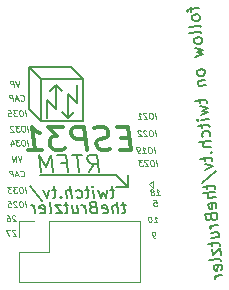
<source format=gbr>
%TF.GenerationSoftware,KiCad,Pcbnew,(5.99.0-10506-gb986797469)*%
%TF.CreationDate,2022-01-12T07:01:15+01:00*%
%TF.ProjectId,ESP31_V3,45535033-315f-4563-932e-6b696361645f,rev?*%
%TF.SameCoordinates,Original*%
%TF.FileFunction,Legend,Bot*%
%TF.FilePolarity,Positive*%
%FSLAX46Y46*%
G04 Gerber Fmt 4.6, Leading zero omitted, Abs format (unit mm)*
G04 Created by KiCad (PCBNEW (5.99.0-10506-gb986797469)) date 2022-01-12 07:01:15*
%MOMM*%
%LPD*%
G01*
G04 APERTURE LIST*
%ADD10C,0.150000*%
%ADD11C,0.100000*%
%ADD12C,0.300000*%
%ADD13C,0.200000*%
%ADD14C,0.120000*%
G04 APERTURE END LIST*
D10*
X115400000Y-106500000D02*
X115400000Y-105500000D01*
X115400000Y-106500000D02*
X114400000Y-106500000D01*
X114400000Y-106500000D02*
X115400000Y-106500000D01*
X114400000Y-105500000D02*
X108000000Y-105500000D01*
X115400000Y-106500000D02*
X114400000Y-105500000D01*
D11*
X106350907Y-99178571D02*
X106377693Y-99202380D01*
X106452098Y-99226190D01*
X106499717Y-99226190D01*
X106568169Y-99202380D01*
X106609836Y-99154761D01*
X106627693Y-99107142D01*
X106639598Y-99011904D01*
X106630669Y-98940476D01*
X106594955Y-98845238D01*
X106565193Y-98797619D01*
X106511622Y-98750000D01*
X106437217Y-98726190D01*
X106389598Y-98726190D01*
X106321145Y-98750000D01*
X106300312Y-98773809D01*
X106148526Y-99083333D02*
X105910431Y-99083333D01*
X106214002Y-99226190D02*
X105984836Y-98726190D01*
X105880669Y-99226190D01*
X105714002Y-99226190D02*
X105651502Y-98726190D01*
X105461026Y-98726190D01*
X105416383Y-98750000D01*
X105395550Y-98773809D01*
X105377693Y-98821428D01*
X105386622Y-98892857D01*
X105416383Y-98940476D01*
X105443169Y-98964285D01*
X105493764Y-98988095D01*
X105684241Y-98988095D01*
X106785431Y-108226190D02*
X106722931Y-107726190D01*
X106389598Y-107726190D02*
X106294360Y-107726190D01*
X106249717Y-107750000D01*
X106208050Y-107797619D01*
X106196145Y-107892857D01*
X106216979Y-108059523D01*
X106252693Y-108154761D01*
X106306264Y-108202380D01*
X106356860Y-108226190D01*
X106452098Y-108226190D01*
X106496741Y-108202380D01*
X106538407Y-108154761D01*
X106550312Y-108059523D01*
X106529479Y-107892857D01*
X106493764Y-107797619D01*
X106440193Y-107750000D01*
X106389598Y-107726190D01*
X105990788Y-107773809D02*
X105964002Y-107750000D01*
X105913407Y-107726190D01*
X105794360Y-107726190D01*
X105749717Y-107750000D01*
X105728883Y-107773809D01*
X105711026Y-107821428D01*
X105716979Y-107869047D01*
X105749717Y-107940476D01*
X106071145Y-108226190D01*
X105761622Y-108226190D01*
X105246741Y-107726190D02*
X105484836Y-107726190D01*
X105538407Y-107964285D01*
X105511622Y-107940476D01*
X105461026Y-107916666D01*
X105341979Y-107916666D01*
X105297336Y-107940476D01*
X105276502Y-107964285D01*
X105258645Y-108011904D01*
X105273526Y-108130952D01*
X105303288Y-108178571D01*
X105330074Y-108202380D01*
X105380669Y-108226190D01*
X105499717Y-108226190D01*
X105544360Y-108202380D01*
X105565193Y-108178571D01*
X117742574Y-110826190D02*
X117647336Y-110826190D01*
X117596741Y-110802380D01*
X117569955Y-110778571D01*
X117513407Y-110707142D01*
X117477693Y-110611904D01*
X117453883Y-110421428D01*
X117471741Y-110373809D01*
X117492574Y-110350000D01*
X117537217Y-110326190D01*
X117632455Y-110326190D01*
X117683050Y-110350000D01*
X117709836Y-110373809D01*
X117739598Y-110421428D01*
X117754479Y-110540476D01*
X117736622Y-110588095D01*
X117715788Y-110611904D01*
X117671145Y-110635714D01*
X117575907Y-110635714D01*
X117525312Y-110611904D01*
X117498526Y-110588095D01*
X117468764Y-110540476D01*
X106350907Y-105578571D02*
X106377693Y-105602380D01*
X106452098Y-105626190D01*
X106499717Y-105626190D01*
X106568169Y-105602380D01*
X106609836Y-105554761D01*
X106627693Y-105507142D01*
X106639598Y-105411904D01*
X106630669Y-105340476D01*
X106594955Y-105245238D01*
X106565193Y-105197619D01*
X106511622Y-105150000D01*
X106437217Y-105126190D01*
X106389598Y-105126190D01*
X106321145Y-105150000D01*
X106300312Y-105173809D01*
X106148526Y-105483333D02*
X105910431Y-105483333D01*
X106214002Y-105626190D02*
X105984836Y-105126190D01*
X105880669Y-105626190D01*
X105714002Y-105626190D02*
X105651502Y-105126190D01*
X105461026Y-105126190D01*
X105416383Y-105150000D01*
X105395550Y-105173809D01*
X105377693Y-105221428D01*
X105386622Y-105292857D01*
X105416383Y-105340476D01*
X105443169Y-105364285D01*
X105493764Y-105388095D01*
X105684241Y-105388095D01*
X106785431Y-100526190D02*
X106722931Y-100026190D01*
X106389598Y-100026190D02*
X106294360Y-100026190D01*
X106249717Y-100050000D01*
X106208050Y-100097619D01*
X106196145Y-100192857D01*
X106216979Y-100359523D01*
X106252693Y-100454761D01*
X106306264Y-100502380D01*
X106356860Y-100526190D01*
X106452098Y-100526190D01*
X106496741Y-100502380D01*
X106538407Y-100454761D01*
X106550312Y-100359523D01*
X106529479Y-100192857D01*
X106493764Y-100097619D01*
X106440193Y-100050000D01*
X106389598Y-100026190D01*
X106008645Y-100026190D02*
X105699122Y-100026190D01*
X105889598Y-100216666D01*
X105818169Y-100216666D01*
X105773526Y-100240476D01*
X105752693Y-100264285D01*
X105734836Y-100311904D01*
X105749717Y-100430952D01*
X105779479Y-100478571D01*
X105806264Y-100502380D01*
X105856860Y-100526190D01*
X105999717Y-100526190D01*
X106044360Y-100502380D01*
X106065193Y-100478571D01*
X105246741Y-100026190D02*
X105484836Y-100026190D01*
X105538407Y-100264285D01*
X105511622Y-100240476D01*
X105461026Y-100216666D01*
X105341979Y-100216666D01*
X105297336Y-100240476D01*
X105276502Y-100264285D01*
X105258645Y-100311904D01*
X105273526Y-100430952D01*
X105303288Y-100478571D01*
X105330074Y-100502380D01*
X105380669Y-100526190D01*
X105499717Y-100526190D01*
X105544360Y-100502380D01*
X105565193Y-100478571D01*
D12*
X115544107Y-102357142D02*
X114877440Y-102357142D01*
X114722678Y-103404761D02*
X115675059Y-103404761D01*
X115425059Y-101404761D01*
X114472678Y-101404761D01*
X113948869Y-103309523D02*
X113675059Y-103404761D01*
X113198869Y-103404761D01*
X112996488Y-103309523D01*
X112889345Y-103214285D01*
X112770297Y-103023809D01*
X112746488Y-102833333D01*
X112817916Y-102642857D01*
X112901250Y-102547619D01*
X113079821Y-102452380D01*
X113448869Y-102357142D01*
X113627440Y-102261904D01*
X113710773Y-102166666D01*
X113782202Y-101976190D01*
X113758392Y-101785714D01*
X113639345Y-101595238D01*
X113532202Y-101500000D01*
X113329821Y-101404761D01*
X112853630Y-101404761D01*
X112579821Y-101500000D01*
X111960773Y-103404761D02*
X111710773Y-101404761D01*
X110948869Y-101404761D01*
X110770297Y-101500000D01*
X110686964Y-101595238D01*
X110615535Y-101785714D01*
X110651250Y-102071428D01*
X110770297Y-102261904D01*
X110877440Y-102357142D01*
X111079821Y-102452380D01*
X111841726Y-102452380D01*
X109901250Y-101404761D02*
X108663154Y-101404761D01*
X109425059Y-102166666D01*
X109139345Y-102166666D01*
X108960773Y-102261904D01*
X108877440Y-102357142D01*
X108806011Y-102547619D01*
X108865535Y-103023809D01*
X108984583Y-103214285D01*
X109091726Y-103309523D01*
X109294107Y-103404761D01*
X109865535Y-103404761D01*
X110044107Y-103309523D01*
X110127440Y-103214285D01*
X107008392Y-103404761D02*
X108151250Y-103404761D01*
X107579821Y-103404761D02*
X107329821Y-101404761D01*
X107556011Y-101690476D01*
X107770297Y-101880952D01*
X107972678Y-101976190D01*
D13*
X115235148Y-108085714D02*
X114854196Y-108085714D01*
X115050625Y-107752380D02*
X115157767Y-108609523D01*
X115122053Y-108704761D01*
X115032767Y-108752380D01*
X114937529Y-108752380D01*
X114604196Y-108752380D02*
X114479196Y-107752380D01*
X114175625Y-108752380D02*
X114110148Y-108228571D01*
X114145863Y-108133333D01*
X114235148Y-108085714D01*
X114378005Y-108085714D01*
X114479196Y-108133333D01*
X114532767Y-108180952D01*
X113312529Y-108704761D02*
X113413720Y-108752380D01*
X113604196Y-108752380D01*
X113693482Y-108704761D01*
X113729196Y-108609523D01*
X113681577Y-108228571D01*
X113622053Y-108133333D01*
X113520863Y-108085714D01*
X113330386Y-108085714D01*
X113241101Y-108133333D01*
X113205386Y-108228571D01*
X113217291Y-108323809D01*
X113705386Y-108419047D01*
X112443482Y-108228571D02*
X112306577Y-108276190D01*
X112264910Y-108323809D01*
X112229196Y-108419047D01*
X112247053Y-108561904D01*
X112306577Y-108657142D01*
X112360148Y-108704761D01*
X112461339Y-108752380D01*
X112842291Y-108752380D01*
X112717291Y-107752380D01*
X112383958Y-107752380D01*
X112294672Y-107800000D01*
X112253005Y-107847619D01*
X112217291Y-107942857D01*
X112229196Y-108038095D01*
X112288720Y-108133333D01*
X112342291Y-108180952D01*
X112443482Y-108228571D01*
X112776815Y-108228571D01*
X111842291Y-108752380D02*
X111758958Y-108085714D01*
X111782767Y-108276190D02*
X111723244Y-108180952D01*
X111669672Y-108133333D01*
X111568482Y-108085714D01*
X111473244Y-108085714D01*
X110711339Y-108085714D02*
X110794672Y-108752380D01*
X111139910Y-108085714D02*
X111205386Y-108609523D01*
X111169672Y-108704761D01*
X111080386Y-108752380D01*
X110937529Y-108752380D01*
X110836339Y-108704761D01*
X110782767Y-108657142D01*
X110378005Y-108085714D02*
X109997053Y-108085714D01*
X110193482Y-107752380D02*
X110300625Y-108609523D01*
X110264910Y-108704761D01*
X110175625Y-108752380D01*
X110080386Y-108752380D01*
X109758958Y-108085714D02*
X109235148Y-108085714D01*
X109842291Y-108752380D01*
X109318482Y-108752380D01*
X108794672Y-108752380D02*
X108883958Y-108704761D01*
X108919672Y-108609523D01*
X108812529Y-107752380D01*
X108026815Y-108704761D02*
X108128005Y-108752380D01*
X108318482Y-108752380D01*
X108407767Y-108704761D01*
X108443482Y-108609523D01*
X108395863Y-108228571D01*
X108336339Y-108133333D01*
X108235148Y-108085714D01*
X108044672Y-108085714D01*
X107955386Y-108133333D01*
X107919672Y-108228571D01*
X107931577Y-108323809D01*
X108419672Y-108419047D01*
X107556577Y-108752380D02*
X107473244Y-108085714D01*
X107497053Y-108276190D02*
X107437529Y-108180952D01*
X107383958Y-108133333D01*
X107282767Y-108085714D01*
X107187529Y-108085714D01*
D11*
X117842574Y-107226190D02*
X118128288Y-107226190D01*
X117985431Y-107226190D02*
X117922931Y-106726190D01*
X117979479Y-106797619D01*
X118033050Y-106845238D01*
X118083645Y-106869047D01*
X117521145Y-106940476D02*
X117565788Y-106916666D01*
X117586622Y-106892857D01*
X117604479Y-106845238D01*
X117601502Y-106821428D01*
X117571741Y-106773809D01*
X117544955Y-106750000D01*
X117494360Y-106726190D01*
X117399122Y-106726190D01*
X117354479Y-106750000D01*
X117333645Y-106773809D01*
X117315788Y-106821428D01*
X117318764Y-106845238D01*
X117348526Y-106892857D01*
X117375312Y-106916666D01*
X117425907Y-106940476D01*
X117521145Y-106940476D01*
X117571741Y-106964285D01*
X117598526Y-106988095D01*
X117628288Y-107035714D01*
X117640193Y-107130952D01*
X117622336Y-107178571D01*
X117601502Y-107202380D01*
X117556860Y-107226190D01*
X117461622Y-107226190D01*
X117411026Y-107202380D01*
X117384241Y-107178571D01*
X117354479Y-107130952D01*
X117342574Y-107035714D01*
X117360431Y-106988095D01*
X117381264Y-106964285D01*
X117425907Y-106940476D01*
X106985431Y-101826190D02*
X106922931Y-101326190D01*
X106589598Y-101326190D02*
X106494360Y-101326190D01*
X106449717Y-101350000D01*
X106408050Y-101397619D01*
X106396145Y-101492857D01*
X106416979Y-101659523D01*
X106452693Y-101754761D01*
X106506264Y-101802380D01*
X106556860Y-101826190D01*
X106652098Y-101826190D01*
X106696741Y-101802380D01*
X106738407Y-101754761D01*
X106750312Y-101659523D01*
X106729479Y-101492857D01*
X106693764Y-101397619D01*
X106640193Y-101350000D01*
X106589598Y-101326190D01*
X106208645Y-101326190D02*
X105899122Y-101326190D01*
X106089598Y-101516666D01*
X106018169Y-101516666D01*
X105973526Y-101540476D01*
X105952693Y-101564285D01*
X105934836Y-101611904D01*
X105949717Y-101730952D01*
X105979479Y-101778571D01*
X106006264Y-101802380D01*
X106056860Y-101826190D01*
X106199717Y-101826190D01*
X106244360Y-101802380D01*
X106265193Y-101778571D01*
X105714598Y-101373809D02*
X105687812Y-101350000D01*
X105637217Y-101326190D01*
X105518169Y-101326190D01*
X105473526Y-101350000D01*
X105452693Y-101373809D01*
X105434836Y-101421428D01*
X105440788Y-101469047D01*
X105473526Y-101540476D01*
X105794955Y-101826190D01*
X105485431Y-101826190D01*
X106985431Y-103026190D02*
X106922931Y-102526190D01*
X106589598Y-102526190D02*
X106494360Y-102526190D01*
X106449717Y-102550000D01*
X106408050Y-102597619D01*
X106396145Y-102692857D01*
X106416979Y-102859523D01*
X106452693Y-102954761D01*
X106506264Y-103002380D01*
X106556860Y-103026190D01*
X106652098Y-103026190D01*
X106696741Y-103002380D01*
X106738407Y-102954761D01*
X106750312Y-102859523D01*
X106729479Y-102692857D01*
X106693764Y-102597619D01*
X106640193Y-102550000D01*
X106589598Y-102526190D01*
X106208645Y-102526190D02*
X105899122Y-102526190D01*
X106089598Y-102716666D01*
X106018169Y-102716666D01*
X105973526Y-102740476D01*
X105952693Y-102764285D01*
X105934836Y-102811904D01*
X105949717Y-102930952D01*
X105979479Y-102978571D01*
X106006264Y-103002380D01*
X106056860Y-103026190D01*
X106199717Y-103026190D01*
X106244360Y-103002380D01*
X106265193Y-102978571D01*
X105491383Y-102692857D02*
X105533050Y-103026190D01*
X105586622Y-102502380D02*
X105750312Y-102859523D01*
X105440788Y-102859523D01*
X117642574Y-109526190D02*
X117928288Y-109526190D01*
X117785431Y-109526190D02*
X117722931Y-109026190D01*
X117779479Y-109097619D01*
X117833050Y-109145238D01*
X117883645Y-109169047D01*
X117270550Y-109026190D02*
X117222931Y-109026190D01*
X117178288Y-109050000D01*
X117157455Y-109073809D01*
X117139598Y-109121428D01*
X117127693Y-109216666D01*
X117142574Y-109335714D01*
X117178288Y-109430952D01*
X117208050Y-109478571D01*
X117234836Y-109502380D01*
X117285431Y-109526190D01*
X117333050Y-109526190D01*
X117377693Y-109502380D01*
X117398526Y-109478571D01*
X117416383Y-109430952D01*
X117428288Y-109335714D01*
X117413407Y-109216666D01*
X117377693Y-109121428D01*
X117347931Y-109073809D01*
X117321145Y-109050000D01*
X117270550Y-109026190D01*
X106201502Y-97526190D02*
X106097336Y-98026190D01*
X105868169Y-97526190D01*
X105764002Y-98026190D02*
X105701502Y-97526190D01*
X105511026Y-97526190D01*
X105466383Y-97550000D01*
X105445550Y-97573809D01*
X105427693Y-97621428D01*
X105436622Y-97692857D01*
X105466383Y-97740476D01*
X105493169Y-97764285D01*
X105543764Y-97788095D01*
X105734241Y-97788095D01*
D13*
X112149151Y-105278571D02*
X112559866Y-104564285D01*
X113006294Y-105278571D02*
X112818794Y-103778571D01*
X112247366Y-103778571D01*
X112113437Y-103850000D01*
X112050937Y-103921428D01*
X111997366Y-104064285D01*
X112024151Y-104278571D01*
X112113437Y-104421428D01*
X112193794Y-104492857D01*
X112345580Y-104564285D01*
X112917008Y-104564285D01*
X111533080Y-103778571D02*
X110675937Y-103778571D01*
X111292008Y-105278571D02*
X111104508Y-103778571D01*
X109765223Y-104492857D02*
X110265223Y-104492857D01*
X110363437Y-105278571D02*
X110175937Y-103778571D01*
X109461651Y-103778571D01*
X109077723Y-105278571D02*
X108890223Y-103778571D01*
X108524151Y-104850000D01*
X107890223Y-103778571D01*
X108077723Y-105278571D01*
X114258958Y-106785714D02*
X113878005Y-106785714D01*
X114074434Y-106452380D02*
X114181577Y-107309523D01*
X114145863Y-107404761D01*
X114056577Y-107452380D01*
X113961339Y-107452380D01*
X113639910Y-106785714D02*
X113532767Y-107452380D01*
X113282767Y-106976190D01*
X113151815Y-107452380D01*
X112878005Y-106785714D01*
X112580386Y-107452380D02*
X112497053Y-106785714D01*
X112455386Y-106452380D02*
X112508958Y-106500000D01*
X112467291Y-106547619D01*
X112413720Y-106500000D01*
X112455386Y-106452380D01*
X112467291Y-106547619D01*
X112163720Y-106785714D02*
X111782767Y-106785714D01*
X111979196Y-106452380D02*
X112086339Y-107309523D01*
X112050625Y-107404761D01*
X111961339Y-107452380D01*
X111866101Y-107452380D01*
X111098244Y-107404761D02*
X111199434Y-107452380D01*
X111389910Y-107452380D01*
X111479196Y-107404761D01*
X111520863Y-107357142D01*
X111556577Y-107261904D01*
X111520863Y-106976190D01*
X111461339Y-106880952D01*
X111407767Y-106833333D01*
X111306577Y-106785714D01*
X111116101Y-106785714D01*
X111026815Y-106833333D01*
X110675624Y-107452380D02*
X110550624Y-106452380D01*
X110247053Y-107452380D02*
X110181577Y-106928571D01*
X110217291Y-106833333D01*
X110306577Y-106785714D01*
X110449434Y-106785714D01*
X110550624Y-106833333D01*
X110604196Y-106880952D01*
X109758958Y-107357142D02*
X109717291Y-107404761D01*
X109770863Y-107452380D01*
X109812529Y-107404761D01*
X109758958Y-107357142D01*
X109770863Y-107452380D01*
X109354196Y-106785714D02*
X108973244Y-106785714D01*
X109169672Y-106452380D02*
X109276815Y-107309523D01*
X109241101Y-107404761D01*
X109151815Y-107452380D01*
X109056577Y-107452380D01*
X108735148Y-106785714D02*
X108580386Y-107452380D01*
X108258958Y-106785714D01*
X107116101Y-106404761D02*
X108133958Y-107690476D01*
D11*
X105891741Y-108973809D02*
X105864955Y-108950000D01*
X105814360Y-108926190D01*
X105695312Y-108926190D01*
X105650669Y-108950000D01*
X105629836Y-108973809D01*
X105611979Y-109021428D01*
X105617931Y-109069047D01*
X105650669Y-109140476D01*
X105972098Y-109426190D01*
X105662574Y-109426190D01*
X105171502Y-108926190D02*
X105266741Y-108926190D01*
X105317336Y-108950000D01*
X105344122Y-108973809D01*
X105400669Y-109045238D01*
X105436383Y-109140476D01*
X105460193Y-109330952D01*
X105442336Y-109378571D01*
X105421502Y-109402380D01*
X105376860Y-109426190D01*
X105281622Y-109426190D01*
X105231026Y-109402380D01*
X105204241Y-109378571D01*
X105174479Y-109330952D01*
X105159598Y-109211904D01*
X105177455Y-109164285D01*
X105198288Y-109140476D01*
X105242931Y-109116666D01*
X105338169Y-109116666D01*
X105388764Y-109140476D01*
X105415550Y-109164285D01*
X105445312Y-109211904D01*
X105901741Y-110183809D02*
X105874955Y-110160000D01*
X105824360Y-110136190D01*
X105705312Y-110136190D01*
X105660669Y-110160000D01*
X105639836Y-110183809D01*
X105621979Y-110231428D01*
X105627931Y-110279047D01*
X105660669Y-110350476D01*
X105982098Y-110636190D01*
X105672574Y-110636190D01*
X105443407Y-110136190D02*
X105110074Y-110136190D01*
X105386860Y-110636190D01*
X117565788Y-107626190D02*
X117803883Y-107626190D01*
X117857455Y-107864285D01*
X117830669Y-107840476D01*
X117780074Y-107816666D01*
X117661026Y-107816666D01*
X117616383Y-107840476D01*
X117595550Y-107864285D01*
X117577693Y-107911904D01*
X117592574Y-108030952D01*
X117622336Y-108078571D01*
X117649122Y-108102380D01*
X117699717Y-108126190D01*
X117818764Y-108126190D01*
X117863407Y-108102380D01*
X117884241Y-108078571D01*
X117785431Y-100726190D02*
X117722931Y-100226190D01*
X117389598Y-100226190D02*
X117294360Y-100226190D01*
X117249717Y-100250000D01*
X117208050Y-100297619D01*
X117196145Y-100392857D01*
X117216979Y-100559523D01*
X117252693Y-100654761D01*
X117306264Y-100702380D01*
X117356860Y-100726190D01*
X117452098Y-100726190D01*
X117496741Y-100702380D01*
X117538407Y-100654761D01*
X117550312Y-100559523D01*
X117529479Y-100392857D01*
X117493764Y-100297619D01*
X117440193Y-100250000D01*
X117389598Y-100226190D01*
X116990788Y-100273809D02*
X116964002Y-100250000D01*
X116913407Y-100226190D01*
X116794360Y-100226190D01*
X116749717Y-100250000D01*
X116728883Y-100273809D01*
X116711026Y-100321428D01*
X116716979Y-100369047D01*
X116749717Y-100440476D01*
X117071145Y-100726190D01*
X116761622Y-100726190D01*
X116285431Y-100726190D02*
X116571145Y-100726190D01*
X116428288Y-100726190D02*
X116365788Y-100226190D01*
X116422336Y-100297619D01*
X116475907Y-100345238D01*
X116526502Y-100369047D01*
X117685431Y-103626190D02*
X117622931Y-103126190D01*
X117289598Y-103126190D02*
X117194360Y-103126190D01*
X117149717Y-103150000D01*
X117108050Y-103197619D01*
X117096145Y-103292857D01*
X117116979Y-103459523D01*
X117152693Y-103554761D01*
X117206264Y-103602380D01*
X117256860Y-103626190D01*
X117352098Y-103626190D01*
X117396741Y-103602380D01*
X117438407Y-103554761D01*
X117450312Y-103459523D01*
X117429479Y-103292857D01*
X117393764Y-103197619D01*
X117340193Y-103150000D01*
X117289598Y-103126190D01*
X116661622Y-103626190D02*
X116947336Y-103626190D01*
X116804479Y-103626190D02*
X116741979Y-103126190D01*
X116798526Y-103197619D01*
X116852098Y-103245238D01*
X116902693Y-103269047D01*
X116423526Y-103626190D02*
X116328288Y-103626190D01*
X116277693Y-103602380D01*
X116250907Y-103578571D01*
X116194360Y-103507142D01*
X116158645Y-103411904D01*
X116134836Y-103221428D01*
X116152693Y-103173809D01*
X116173526Y-103150000D01*
X116218169Y-103126190D01*
X116313407Y-103126190D01*
X116364002Y-103150000D01*
X116390788Y-103173809D01*
X116420550Y-103221428D01*
X116435431Y-103340476D01*
X116417574Y-103388095D01*
X116396741Y-103411904D01*
X116352098Y-103435714D01*
X116256860Y-103435714D01*
X116206264Y-103411904D01*
X116179479Y-103388095D01*
X116149717Y-103340476D01*
D10*
X120778013Y-91291280D02*
X120811215Y-91670783D01*
X121454593Y-91375490D02*
X120600712Y-91450195D01*
X120509987Y-91505933D01*
X120470849Y-91604959D01*
X120479150Y-91699835D01*
X121516847Y-92087057D02*
X121461109Y-91996332D01*
X121409521Y-91953044D01*
X121310495Y-91913907D01*
X121025868Y-91938809D01*
X120935143Y-91994547D01*
X120891855Y-92046135D01*
X120852718Y-92145161D01*
X120865168Y-92287475D01*
X120920907Y-92378200D01*
X120972495Y-92421488D01*
X121071521Y-92460625D01*
X121356148Y-92435723D01*
X121446873Y-92379985D01*
X121490161Y-92328397D01*
X121529298Y-92229371D01*
X121516847Y-92087057D01*
X121595703Y-92988376D02*
X121539964Y-92897651D01*
X121440938Y-92858514D01*
X120587057Y-92933219D01*
X121641356Y-93510193D02*
X121585617Y-93419467D01*
X121486591Y-93380330D01*
X120632710Y-93455035D01*
X121687009Y-94032009D02*
X121631270Y-93941283D01*
X121579682Y-93897996D01*
X121480656Y-93858859D01*
X121196029Y-93883760D01*
X121105304Y-93939499D01*
X121062016Y-93991087D01*
X121022879Y-94090113D01*
X121035330Y-94232426D01*
X121091068Y-94323152D01*
X121142656Y-94366439D01*
X121241682Y-94405576D01*
X121526309Y-94380675D01*
X121617035Y-94324936D01*
X121660322Y-94273348D01*
X121699460Y-94174322D01*
X121687009Y-94032009D01*
X121080983Y-94754242D02*
X121761714Y-94885890D01*
X121303936Y-95117144D01*
X121794916Y-95265393D01*
X121147387Y-95513248D01*
X121923574Y-96735966D02*
X121867836Y-96645240D01*
X121816248Y-96601953D01*
X121717222Y-96562816D01*
X121432595Y-96587717D01*
X121341869Y-96643456D01*
X121298582Y-96695044D01*
X121259444Y-96794070D01*
X121271895Y-96936383D01*
X121327634Y-97027109D01*
X121379222Y-97070396D01*
X121478248Y-97109534D01*
X121762875Y-97084632D01*
X121853600Y-97028893D01*
X121896888Y-96977305D01*
X121936025Y-96878279D01*
X121923574Y-96735966D01*
X121325849Y-97553075D02*
X121989979Y-97494971D01*
X121420725Y-97544775D02*
X121377437Y-97596363D01*
X121338300Y-97695389D01*
X121350750Y-97837702D01*
X121406489Y-97928428D01*
X121505515Y-97967565D01*
X122027331Y-97921912D01*
X121458658Y-99071086D02*
X121491860Y-99450589D01*
X121139044Y-99242452D02*
X121992925Y-99167747D01*
X122091951Y-99206884D01*
X122147689Y-99297609D01*
X122155990Y-99392485D01*
X121512611Y-99687778D02*
X122193342Y-99819426D01*
X121735565Y-100050680D01*
X122226544Y-100198928D01*
X121579016Y-100446784D01*
X122276348Y-100768183D02*
X121612218Y-100826286D01*
X121280153Y-100855338D02*
X121323440Y-100803750D01*
X121375029Y-100847038D01*
X121331741Y-100898626D01*
X121280153Y-100855338D01*
X121375029Y-100847038D01*
X121641270Y-101158351D02*
X121674472Y-101537854D01*
X121321656Y-101329717D02*
X122175537Y-101255012D01*
X122274563Y-101294149D01*
X122330301Y-101384874D01*
X122338602Y-101479750D01*
X122357568Y-102242906D02*
X122396705Y-102143880D01*
X122380104Y-101954129D01*
X122324366Y-101863403D01*
X122272778Y-101820116D01*
X122173752Y-101780978D01*
X121889125Y-101805880D01*
X121798399Y-101861618D01*
X121755112Y-101913206D01*
X121715975Y-102012232D01*
X121732576Y-102201984D01*
X121788314Y-102292709D01*
X122442358Y-102665696D02*
X121446164Y-102752852D01*
X122479711Y-103092637D02*
X121957895Y-103138290D01*
X121858869Y-103099153D01*
X121803130Y-103008427D01*
X121790679Y-102866114D01*
X121829817Y-102767088D01*
X121873104Y-102715499D01*
X122426338Y-103575316D02*
X122477926Y-103618603D01*
X122521214Y-103567015D01*
X122469626Y-103523728D01*
X122426338Y-103575316D01*
X122521214Y-103567015D01*
X121886136Y-103957184D02*
X121919338Y-104336687D01*
X121566522Y-104128549D02*
X122420403Y-104053844D01*
X122519429Y-104092982D01*
X122575167Y-104183707D01*
X122583468Y-104278583D01*
X121940089Y-104573876D02*
X122624970Y-104752961D01*
X121981592Y-105048254D01*
X121697546Y-106172527D02*
X122903662Y-105206588D01*
X122093649Y-106329076D02*
X122126852Y-106708579D01*
X121774035Y-106500442D02*
X122627917Y-106425737D01*
X122726942Y-106464874D01*
X122782681Y-106555599D01*
X122790981Y-106650475D01*
X122820033Y-106982540D02*
X121823839Y-107069696D01*
X122857386Y-107409480D02*
X122335570Y-107455134D01*
X122236544Y-107415996D01*
X122180805Y-107325271D01*
X122168354Y-107182957D01*
X122207492Y-107083931D01*
X122250779Y-107032343D01*
X122884653Y-108267512D02*
X122923790Y-108168486D01*
X122907189Y-107978735D01*
X122851451Y-107888009D01*
X122752425Y-107848872D01*
X122372922Y-107882074D01*
X122282197Y-107937812D01*
X122243059Y-108036838D01*
X122259660Y-108226590D01*
X122315399Y-108317315D01*
X122414425Y-108356453D01*
X122509300Y-108348152D01*
X122562673Y-107865473D01*
X122480829Y-109115458D02*
X122540718Y-109253621D01*
X122592306Y-109296909D01*
X122691332Y-109336046D01*
X122833645Y-109323595D01*
X122924371Y-109267857D01*
X122967658Y-109216269D01*
X123006796Y-109117243D01*
X122973593Y-108737740D01*
X121977399Y-108824896D01*
X122006451Y-109156961D01*
X122062189Y-109247686D01*
X122113777Y-109290974D01*
X122212803Y-109330111D01*
X122307679Y-109321810D01*
X122398404Y-109266072D01*
X122441692Y-109214484D01*
X122480829Y-109115458D01*
X122451777Y-108783393D01*
X123060749Y-109733935D02*
X122396619Y-109792039D01*
X122586371Y-109775438D02*
X122495645Y-109831176D01*
X122452358Y-109882764D01*
X122413221Y-109981790D01*
X122421521Y-110076666D01*
X122487925Y-110835671D02*
X123152055Y-110777567D01*
X122450573Y-110408731D02*
X122972389Y-110363078D01*
X123071415Y-110402215D01*
X123127154Y-110492940D01*
X123139604Y-110635254D01*
X123100467Y-110734280D01*
X123057180Y-110785868D01*
X122516977Y-111167736D02*
X122550180Y-111547239D01*
X122197363Y-111339102D02*
X123051244Y-111264397D01*
X123150270Y-111303534D01*
X123206009Y-111394259D01*
X123214309Y-111489135D01*
X122570931Y-111784428D02*
X122616584Y-112306244D01*
X123235061Y-111726324D01*
X123280714Y-112248140D01*
X123326367Y-112769957D02*
X123270628Y-112679231D01*
X123171602Y-112640094D01*
X122317721Y-112714799D01*
X123345333Y-113533112D02*
X123384471Y-113434087D01*
X123367869Y-113244335D01*
X123312131Y-113153610D01*
X123213105Y-113114472D01*
X122833602Y-113147675D01*
X122742877Y-113203413D01*
X122703740Y-113302439D01*
X122720341Y-113492190D01*
X122776079Y-113582916D01*
X122875105Y-113622053D01*
X122969981Y-113613753D01*
X123023354Y-113131074D01*
X123434274Y-114003341D02*
X122770144Y-114061444D01*
X122959895Y-114044843D02*
X122869170Y-114100582D01*
X122825882Y-114152170D01*
X122786745Y-114251196D01*
X122795046Y-114346072D01*
D11*
X117885431Y-104726190D02*
X117822931Y-104226190D01*
X117489598Y-104226190D02*
X117394360Y-104226190D01*
X117349717Y-104250000D01*
X117308050Y-104297619D01*
X117296145Y-104392857D01*
X117316979Y-104559523D01*
X117352693Y-104654761D01*
X117406264Y-104702380D01*
X117456860Y-104726190D01*
X117552098Y-104726190D01*
X117596741Y-104702380D01*
X117638407Y-104654761D01*
X117650312Y-104559523D01*
X117629479Y-104392857D01*
X117593764Y-104297619D01*
X117540193Y-104250000D01*
X117489598Y-104226190D01*
X117090788Y-104273809D02*
X117064002Y-104250000D01*
X117013407Y-104226190D01*
X116894360Y-104226190D01*
X116849717Y-104250000D01*
X116828883Y-104273809D01*
X116811026Y-104321428D01*
X116816979Y-104369047D01*
X116849717Y-104440476D01*
X117171145Y-104726190D01*
X116861622Y-104726190D01*
X116632455Y-104226190D02*
X116322931Y-104226190D01*
X116513407Y-104416666D01*
X116441979Y-104416666D01*
X116397336Y-104440476D01*
X116376502Y-104464285D01*
X116358645Y-104511904D01*
X116373526Y-104630952D01*
X116403288Y-104678571D01*
X116430074Y-104702380D01*
X116480669Y-104726190D01*
X116623526Y-104726190D01*
X116668169Y-104702380D01*
X116689002Y-104678571D01*
X117785431Y-102226190D02*
X117722931Y-101726190D01*
X117389598Y-101726190D02*
X117294360Y-101726190D01*
X117249717Y-101750000D01*
X117208050Y-101797619D01*
X117196145Y-101892857D01*
X117216979Y-102059523D01*
X117252693Y-102154761D01*
X117306264Y-102202380D01*
X117356860Y-102226190D01*
X117452098Y-102226190D01*
X117496741Y-102202380D01*
X117538407Y-102154761D01*
X117550312Y-102059523D01*
X117529479Y-101892857D01*
X117493764Y-101797619D01*
X117440193Y-101750000D01*
X117389598Y-101726190D01*
X116990788Y-101773809D02*
X116964002Y-101750000D01*
X116913407Y-101726190D01*
X116794360Y-101726190D01*
X116749717Y-101750000D01*
X116728883Y-101773809D01*
X116711026Y-101821428D01*
X116716979Y-101869047D01*
X116749717Y-101940476D01*
X117071145Y-102226190D01*
X116761622Y-102226190D01*
X116514598Y-101773809D02*
X116487812Y-101750000D01*
X116437217Y-101726190D01*
X116318169Y-101726190D01*
X116273526Y-101750000D01*
X116252693Y-101773809D01*
X116234836Y-101821428D01*
X116240788Y-101869047D01*
X116273526Y-101940476D01*
X116594955Y-102226190D01*
X116285431Y-102226190D01*
X106413407Y-103926190D02*
X106309241Y-104426190D01*
X106080074Y-103926190D01*
X105975907Y-104426190D02*
X105913407Y-103926190D01*
X105690193Y-104426190D01*
X105627693Y-103926190D01*
X106785431Y-107026190D02*
X106722931Y-106526190D01*
X106389598Y-106526190D02*
X106294360Y-106526190D01*
X106249717Y-106550000D01*
X106208050Y-106597619D01*
X106196145Y-106692857D01*
X106216979Y-106859523D01*
X106252693Y-106954761D01*
X106306264Y-107002380D01*
X106356860Y-107026190D01*
X106452098Y-107026190D01*
X106496741Y-107002380D01*
X106538407Y-106954761D01*
X106550312Y-106859523D01*
X106529479Y-106692857D01*
X106493764Y-106597619D01*
X106440193Y-106550000D01*
X106389598Y-106526190D01*
X106008645Y-106526190D02*
X105699122Y-106526190D01*
X105889598Y-106716666D01*
X105818169Y-106716666D01*
X105773526Y-106740476D01*
X105752693Y-106764285D01*
X105734836Y-106811904D01*
X105749717Y-106930952D01*
X105779479Y-106978571D01*
X105806264Y-107002380D01*
X105856860Y-107026190D01*
X105999717Y-107026190D01*
X106044360Y-107002380D01*
X106065193Y-106978571D01*
X105532455Y-106526190D02*
X105222931Y-106526190D01*
X105413407Y-106716666D01*
X105341979Y-106716666D01*
X105297336Y-106740476D01*
X105276502Y-106764285D01*
X105258645Y-106811904D01*
X105273526Y-106930952D01*
X105303288Y-106978571D01*
X105330074Y-107002380D01*
X105380669Y-107026190D01*
X105523526Y-107026190D01*
X105568169Y-107002380D01*
X105589002Y-106978571D01*
D10*
%TO.C,SM3*%
X107026500Y-99882500D02*
X107026500Y-96326500D01*
X110328500Y-100644500D02*
X110836500Y-100136500D01*
X108550500Y-100644500D02*
X108550500Y-99120500D01*
X107026500Y-96326500D02*
X110582500Y-96326500D01*
X108042500Y-97342500D02*
X107026500Y-96326500D01*
X108042500Y-97342500D02*
X111598500Y-97342500D01*
X110328500Y-98612500D02*
X110328500Y-100644500D01*
X110328500Y-100644500D02*
X109820500Y-100136500D01*
X111090500Y-97850500D02*
X111090500Y-99374500D01*
X107026500Y-96326500D02*
X108042500Y-97342500D01*
X109312500Y-99882500D02*
X109312500Y-97850500D01*
X109312500Y-97850500D02*
X108804500Y-98358500D01*
X111598500Y-99755500D02*
X111598500Y-100898500D01*
X110582500Y-96326500D02*
X111598500Y-97342500D01*
X111598500Y-100898500D02*
X108042500Y-100898500D01*
X111598500Y-97342500D02*
X111598500Y-99755500D01*
X111090500Y-99374500D02*
X110328500Y-98612500D01*
X109312500Y-97850500D02*
X109820500Y-98358500D01*
X108042500Y-100898500D02*
X107026500Y-99882500D01*
X108550500Y-99120500D02*
X109312500Y-99882500D01*
X108042500Y-100898500D02*
X108042500Y-97342500D01*
D14*
%TO.C,J20*%
X106170000Y-111995000D02*
X106170000Y-114595000D01*
X116450000Y-109395000D02*
X116450000Y-114595000D01*
X108770000Y-109395000D02*
X116450000Y-109395000D01*
X106170000Y-109395000D02*
X106170000Y-110725000D01*
X108770000Y-109395000D02*
X108770000Y-111995000D01*
X108770000Y-111995000D02*
X106170000Y-111995000D01*
X107500000Y-109395000D02*
X106170000Y-109395000D01*
X106170000Y-114595000D02*
X116450000Y-114595000D01*
%TO.C,JP1*%
X117250000Y-106300000D02*
X117550000Y-106600000D01*
X117550000Y-106000000D02*
X117550000Y-106600000D01*
X117250000Y-106300000D02*
X117550000Y-106000000D01*
%TD*%
M02*

</source>
